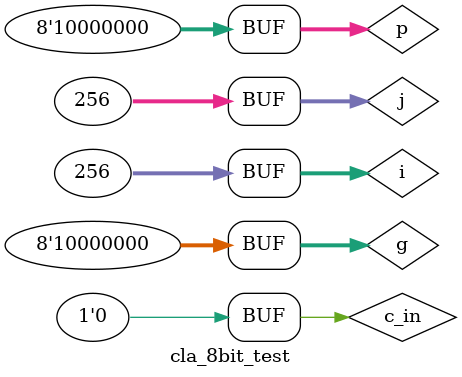
<source format=v>

`timescale 1ns / 1ps

module cla_8bit_test();

// Inputs
   reg c_in = 0;
   reg [7:0] p = 0;
   reg [7:0] g = 0;
	integer i, j;
	
// Output
   wire [8:0] c_out;

// Bidirs

// Instantiate the UUT
   cla_8bit UUT (
		.c_in(c_in), 
		.p(p), 
		.g(g), 
		.c_out(c_out)
   );
// Initialize Inputs
   initial begin
	for (i=1; i<(1<<8); i=i*2)
		begin
		for (j=1; j<(1<<8); j=j*2)
			begin
				{g} = j;
				{p} = i;
				#50;
			end
		end
	end
endmodule

</source>
